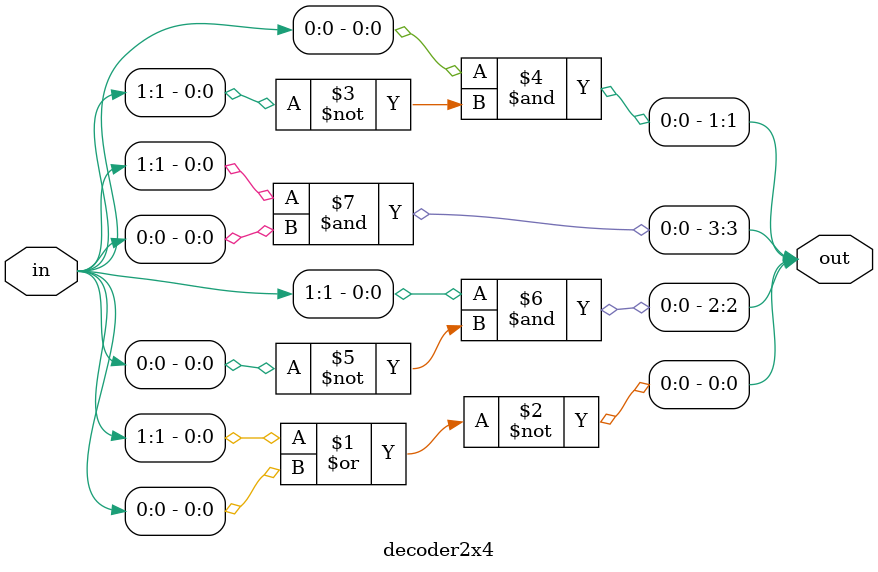
<source format=v>
/* Generated by Yosys 0.9 (git sha1 1979e0b) */

(* top =  1  *)
(* src = "rtl/decoder2x4.v:23" *)
module decoder2x4(in, out);
  (* src = "rtl/decoder2x4.v:24" *)
  input [1:0] in;
  (* src = "rtl/decoder2x4.v:25" *)
  output [3:0] out;
  assign out[0] = ~(in[1] | in[0]);
  assign out[1] = in[0] & ~(in[1]);
  assign out[2] = in[1] & ~(in[0]);
  assign out[3] = in[1] & in[0];
endmodule

</source>
